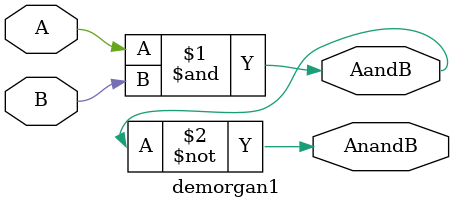
<source format=v>

module demorgan1
(
 input A,         // Single bit inputs
 input B,
 output AandB,       // Output intermediate completed inputs
 output AnandB   // Single bit output, ~(AB)
);

   wire A;
   wire B;
   and AB(AandB, A, B);
   not ABinv(AnandB, AandB);

endmodule

</source>
